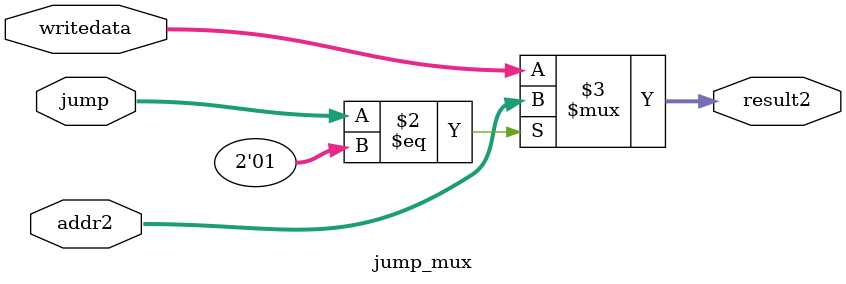
<source format=v>
`timescale 1ns / 1ps


module jump_mux(
    input [1:0] jump,
    input [31:0] addr2,
    input [31:0] writedata,
    output reg[31:0] result2
    );
    //jump
    //0£¬Ð´Êý¾Ý£»
    //1£¬jal
    always@(addr2 or jump or writedata)
        begin
            result2 <= (jump == 2'b01) ? addr2 : writedata;
        end
endmodule

</source>
